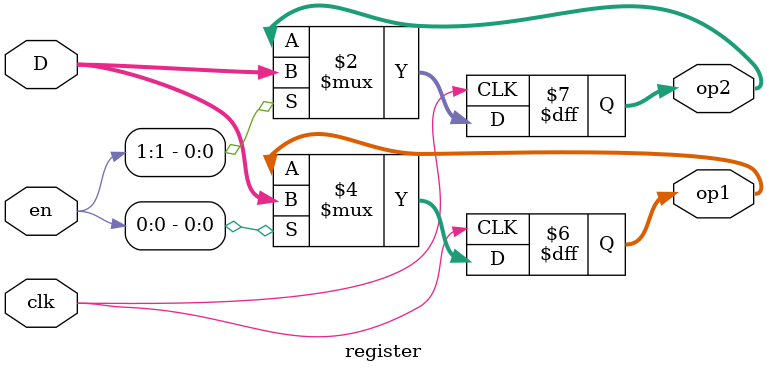
<source format=v>
`timescale 1ns / 1ps
module register(
    input [8:0] D,
    input [1:0] en,
    input clk,
    output reg [8:0] op1, op2
);

always @ (posedge(clk)) begin
    if (en[0]) op1 <= D;
    if (en[1]) op2 <= D;
end

endmodule

</source>
